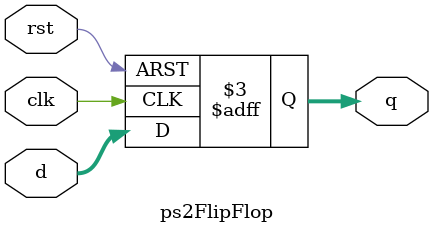
<source format=v>
/*
This module is a wrapper for memory. It takes in the same input as exmem inaddition to other inputs to help use memory IO. 
*/
module memory(
	input [15:0] dataIn,
	input [9:0] addr1,
	input [9:0] addr2,
	input wen1,wen2, clk, ps2data_clock,
	input opcodebit,
	input [9:0] vcount,
	input [7:0] ps2data,
	output [15:0] dout1,
	output [15:0] dout2,
	output [7:0]keyPress,
	input reset
	);
	reg [15:0] intData2;
	reg [9:0] intAddr1;
	reg [9:0] intAddr2;
	reg internalPS2Write; 
	wire [15:0] keyboardInput;
	wire [15:0] memoryOutput;
	reg [15:0] intDout1;
	reg outputMuxSignal; //1 is ps2, 0 is regular output
	
	//Holds the current key press input 
	ps2FlipFlop ps2FlipFlop(.clk(ps2data_clock), .rst(reset), .d({8'h00, ps2data}), .q(keyboardInput));
	
	//exmem module 
	exmem2 exmem (
	.din1(dataIn),
	.din2(intData2),
   .addr1(intAddr1),
	.addr2(intAddr2),
	.wen1(wen1), .wen2(wen2), .clk(clk),
	.dout1(memoryOutput),
	.dout2(dout2)
        );
		  
	//update at ever memory access what address we are using 
	always @(negedge clk) begin
	intData2 = 16'h0000; //always zero because we never write
	if(opcodebit)
	begin
	intAddr1 <= addr1; //grab pc address
	end
	else 
	begin 
	intAddr1 <= addr2; //or use the command
	end 
	
	//check if we trying to access input 
	if(addr2 == 16'd1023)
		outputMuxSignal = 1; 
	else 
		outputMuxSignal = 0;
		
	//grab the current line based on vcount 
	if(vcount<= 24)
		intAddr2 <= 10'd1022;
	else if ( 24 < vcount && vcount <= 48)
		intAddr2 <= 10'd1021;
	else if( 48 < vcount && vcount <= 72)
		intAddr2 <= 10'd1020;
	else if( 72 < vcount && vcount <= 96)
		intAddr2 <= 10'd1019;
	else if( 96 < vcount && vcount <= 120)
		intAddr2 <= 10'd1018;
	else if( 120 < vcount && vcount <= 144)
		intAddr2 <= 10'd1017;
	else if( 144< vcount && vcount <= 168)
		intAddr2 <= 10'd1016;
	else if( 168 < vcount && vcount <= 192)
		intAddr2 <= 10'd1015;
	else if( 192 < vcount && vcount <= 216)
		intAddr2 <= 10'd1014;
	else if( 216< vcount && vcount <= 240)
		intAddr2 <= 10'd1013;
	else if( 240< vcount && vcount <= 264)
		intAddr2 <= 10'd1012;
	else if( 264< vcount && vcount <= 288)
		intAddr2 <= 10'd1011;
	else if( 288< vcount && vcount <= 312)
		intAddr2 <= 10'd1010;
	else if( 312< vcount && vcount <= 336)
		intAddr2 <= 10'd1009;
	else if( 336< vcount && vcount <= 360)
		intAddr2 <= 10'd1008;
	else if( 360 < vcount && vcount <= 384)
		intAddr2 <= 10'd1007;
	else if( 384 < vcount && vcount <= 408)
		intAddr2 <= 10'd1006;
	else if( 408 < vcount && vcount <= 432)
		intAddr2 <= 10'd1005;
	else if( 432 < vcount && vcount <= 456)
		intAddr2 <= 10'd1004;
	else if( 456 < vcount && vcount <= 480)
		intAddr2 <= 10'd1003;
	else 
		intAddr2 <= 10'd1023;
	end 
	
//always assign dout to internal one
assign dout1 = intDout1;

//output the keypress to led for debuging
assign keyPress = keyboardInput[7:0];

//change dout depending on whether we are accessing memory or not 
always@ (*)
begin
if(outputMuxSignal)
	intDout1 = keyboardInput;
else 
	intDout1 = memoryOutput;
end
endmodule

// Flip-flop Module
module ps2FlipFlop (
input wire clk, // Clock signal
input wire rst, // Reset signal (active-low)
input wire [15:0] d, // Data input
output reg [15:0] q // Data output
);
// Flip-flop behavior
always @(posedge clk, negedge rst) begin
if (!rst) q <= 16'h00000; // If reset, output 0
else q <= d; // Otherwise, output the data input
end
endmodule

</source>
